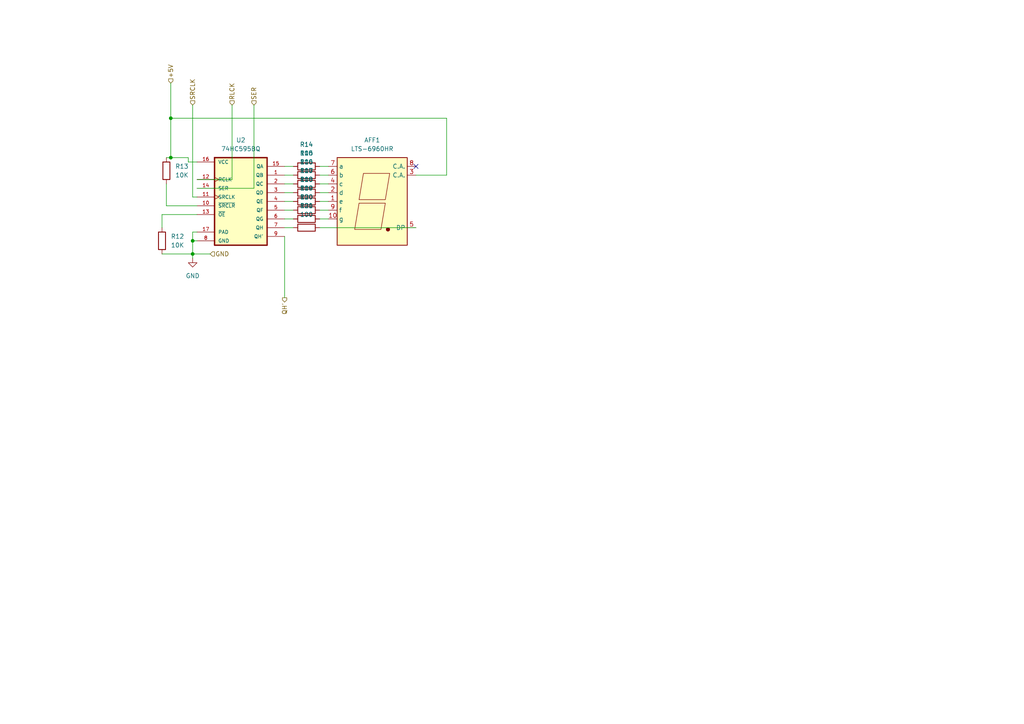
<source format=kicad_sch>
(kicad_sch (version 20231120) (generator "eeschema") (generator_version "8.0")
  (paper "A4")
  (lib_symbols
    (symbol "ClementsSymbols:SN74HC595BRWNR" (pin_names (offset 1.016))
      (property "Reference" "U" (at -7.62 13.97 0))
      (property "Value" "SN74HC595BRWNR" (at -8.89 -15.24 0))
      (symbol "SN74HC595BRWNR_0_0"
        (rectangle (start -7.62 -12.7) (end 7.62 12.7) (stroke (width 0.4064)) (fill (type background)))
        (pin output line (at 12.7 7.62 180) (length 5.08) (name "QB") (number "1"))
        (pin input line (at -12.7 -1.27 0) (length 5.08) (name "~{SRCLR}") (number "10"))
        (pin input clock (at -12.7 1.27 0) (length 5.08) (name "SRCLK") (number "11"))
        (pin input clock (at -12.7 6.35 0) (length 5.08) (name "RCLK") (number "12"))
        (pin input line (at -12.7 -3.81 0) (length 5.08) (name "~{OE}") (number "13"))
        (pin input line (at -12.7 3.81 0) (length 5.08) (name "SER") (number "14"))
        (pin output line (at 12.7 10.16 180) (length 5.08) (name "QA") (number "15"))
        (pin power_in line (at -12.7 11.43 0) (length 5.08) (name "VCC") (number "16"))
        (pin power_in line (at -12.7 -8.89 0) (length 5.08) (name "PAD") (number "17"))
        (pin output line (at 12.7 5.08 180) (length 5.08) (name "QC") (number "2"))
        (pin output line (at 12.7 2.54 180) (length 5.08) (name "QD") (number "3"))
        (pin output line (at 12.7 0 180) (length 5.08) (name "QE") (number "4"))
        (pin output line (at 12.7 -2.54 180) (length 5.08) (name "QF") (number "5"))
        (pin output line (at 12.7 -5.08 180) (length 5.08) (name "QG") (number "6"))
        (pin output line (at 12.7 -7.62 180) (length 5.08) (name "QH") (number "7"))
        (pin power_in line (at -12.7 -11.43 0) (length 5.08) (name "GND") (number "8"))
        (pin output line (at 12.7 -10.16 180) (length 5.08) (name "QH'") (number "9"))
      )
    )
    (symbol "Device:R" (pin_numbers hide) (pin_names (offset 0))
      (property "Reference" "R" (at 2.032 0 90))
      (property "Value" "R" (at 0 0 90))
      (symbol "R_0_1"
        (rectangle (start -1.016 -2.54) (end 1.016 2.54) (stroke (width 0.254)))
      )
      (symbol "R_1_1"
        (pin passive line (at 0 3.81 270) (length 1.27) (name "~") (number "1"))
        (pin passive line (at 0 -3.81 90) (length 1.27) (name "~") (number "2"))
      )
    )
    (symbol "Display_Character:LTS-6960HR"
      (property "Reference" "AFF" (at -7.874 13.97 0))
      (property "Value" "LTS-6960HR" (at -2.032 13.97 0))
      (symbol "LTS-6960HR_0_1"
        (rectangle (start -10.16 12.7) (end 10.16 -12.7) (stroke (width 0.254)) (fill (type background)))
        (polyline (pts (xy -3.81 -0.508) (xy 3.81 -0.508) (xy 2.54 -8.128) (xy -5.08 -8.128) (xy -3.81 -0.508) (xy -3.81 -0.508)))
        (polyline (pts (xy -2.54 8.128) (xy 5.08 8.128) (xy 3.81 0.508) (xy -3.81 0.508) (xy -2.54 8.128) (xy -2.54 8.128)))
        (circle (center 4.572 -8.128) (radius 0.508) (fill (type outline)))
      )
      (symbol "LTS-6960HR_1_1"
        (pin passive line (at -12.7 0 0) (length 2.54) (name "e") (number "1"))
        (pin passive line (at -12.7 -5.08 0) (length 2.54) (name "g") (number "10"))
        (pin passive line (at -12.7 2.54 0) (length 2.54) (name "d") (number "2"))
        (pin passive line (at 12.7 7.62 180) (length 2.54) (name "C.A.") (number "3"))
        (pin passive line (at -12.7 5.08 0) (length 2.54) (name "c") (number "4"))
        (pin passive line (at 12.7 -7.62 180) (length 2.54) (name "DP") (number "5"))
        (pin passive line (at -12.7 7.62 0) (length 2.54) (name "b") (number "6"))
        (pin passive line (at -12.7 10.16 0) (length 2.54) (name "a") (number "7"))
        (pin passive line (at 12.7 10.16 180) (length 2.54) (name "C.A.") (number "8"))
        (pin passive line (at -12.7 -2.54 0) (length 2.54) (name "f") (number "9"))
      )
    )
    (symbol "power:GND" (power) (pin_numbers hide) (pin_names (offset 0) hide)
      (property "Value" "GND" (at 0 -3.81 0))
      (symbol "GND_0_1"
        (polyline (pts (xy 0 0) (xy 0 -1.27) (xy 1.27 -1.27) (xy 0 -2.54) (xy -1.27 -1.27) (xy 0 -1.27)))
      )
      (symbol "GND_1_1"
        (pin power_in line (at 0 0 270) (length 0) (name "~") (number "1"))
      )
    )
  )
  (junction (at 55.88 69.85))
  (junction (at 49.53 45.72))
  (junction (at 55.88 73.66))
  (junction (at 49.53 34.29))
  (no_connect (at 120.65 48.26))
  (wire (pts (xy 57.15 46.99) (xy 54.61 46.99)))
  (wire (pts (xy 57.15 67.31) (xy 55.88 67.31)))
  (wire (pts (xy 57.15 59.69) (xy 48.26 59.69)))
  (wire (pts (xy 73.66 30.48) (xy 73.66 54.61)))
  (wire (pts (xy 129.54 34.29) (xy 129.54 50.8)))
  (wire (pts (xy 55.88 74.93) (xy 55.88 73.66)))
  (wire (pts (xy 55.88 57.15) (xy 57.15 57.15)))
  (wire (pts (xy 48.26 45.72) (xy 49.53 45.72)))
  (wire (pts (xy 49.53 24.13) (xy 49.53 34.29)))
  (wire (pts (xy 49.53 45.72) (xy 54.61 45.72)))
  (wire (pts (xy 49.53 34.29) (xy 49.53 45.72)))
  (wire (pts (xy 82.55 63.5) (xy 85.09 63.5)))
  (wire (pts (xy 46.99 73.66) (xy 55.88 73.66)))
  (wire (pts (xy 46.99 66.04) (xy 46.99 62.23)))
  (wire (pts (xy 82.55 55.88) (xy 85.09 55.88)))
  (wire (pts (xy 82.55 66.04) (xy 85.09 66.04)))
  (wire (pts (xy 67.31 52.07) (xy 57.15 52.07)))
  (wire (pts (xy 55.88 73.66) (xy 60.96 73.66)))
  (wire (pts (xy 46.99 62.23) (xy 57.15 62.23)))
  (wire (pts (xy 82.55 58.42) (xy 85.09 58.42)))
  (wire (pts (xy 73.66 54.61) (xy 57.15 54.61)))
  (wire (pts (xy 48.26 59.69) (xy 48.26 53.34)))
  (wire (pts (xy 82.55 60.96) (xy 85.09 60.96)))
  (wire (pts (xy 92.71 53.34) (xy 95.25 53.34)))
  (wire (pts (xy 55.88 69.85) (xy 55.88 73.66)))
  (wire (pts (xy 92.71 50.8) (xy 95.25 50.8)))
  (wire (pts (xy 92.71 63.5) (xy 95.25 63.5)))
  (wire (pts (xy 67.31 30.48) (xy 67.31 52.07)))
  (wire (pts (xy 82.55 48.26) (xy 85.09 48.26)))
  (wire (pts (xy 120.65 50.8) (xy 129.54 50.8)))
  (wire (pts (xy 55.88 69.85) (xy 57.15 69.85)))
  (wire (pts (xy 55.88 67.31) (xy 55.88 69.85)))
  (wire (pts (xy 55.88 30.48) (xy 55.88 57.15)))
  (wire (pts (xy 92.71 55.88) (xy 95.25 55.88)))
  (wire (pts (xy 54.61 45.72) (xy 54.61 46.99)))
  (wire (pts (xy 92.71 66.04) (xy 120.65 66.04)))
  (wire (pts (xy 49.53 34.29) (xy 129.54 34.29)))
  (wire (pts (xy 92.71 60.96) (xy 95.25 60.96)))
  (wire (pts (xy 92.71 48.26) (xy 95.25 48.26)))
  (wire (pts (xy 82.55 53.34) (xy 85.09 53.34)))
  (wire (pts (xy 82.55 50.8) (xy 85.09 50.8)))
  (wire (pts (xy 82.55 68.58) (xy 82.55 86.36)))
  (wire (pts (xy 92.71 58.42) (xy 95.25 58.42)))
  (hierarchical_label "RLCK" (shape input) (at 67.31 30.48 90))
  (hierarchical_label "QH'" (shape output) (at 82.55 86.36 270))
  (hierarchical_label "GND" (shape input) (at 60.96 73.66 0))
  (hierarchical_label "SRCLK" (shape input) (at 55.88 30.48 90))
  (hierarchical_label "+5V" (shape input) (at 49.53 24.13 90))
  (hierarchical_label "SER" (shape input) (at 73.66 30.48 90))
  (symbol (lib_id "Device:R") (at 88.9 53.34 270) (unit 1)
    (property "Reference" "R16" (at 88.9 46.99 90))
    (property "Value" "100" (at 88.9 49.53 90))
    (property "Footprint" "Resistor_SMD:R_0603_1608Metric" (effects (hide yes)))
    (property "Description" "Resistor" (effects (hide yes)))
    (property "LCSC" "C22775" (effects (hide yes)))
    (instances (project "dmx" (path "" (reference "R16") (unit 1)) (path "" (reference "R26") (unit 1)) (path "" (reference "R45") (unit 1)) (path "" (reference "R55") (unit 1))))
  )
  (symbol (lib_id "Device:R") (at 46.99 69.85 0) (unit 1)
    (property "Reference" "R12" (at 49.53 68.5799 0) (effects (justify left)))
    (property "Value" "10K" (at 49.53 71.1199 0) (effects (justify left)))
    (property "Footprint" "Resistor_SMD:R_0603_1608Metric" (effects (hide yes)))
    (property "Description" "Resistor" (effects (hide yes)))
    (instances (project "dmx" (path "" (reference "R12") (unit 1)) (path "" (reference "R22") (unit 1)) (path "" (reference "R41") (unit 1)) (path "" (reference "R51") (unit 1))))
  )
  (symbol (lib_id "Device:R") (at 48.26 49.53 0) (unit 1)
    (property "Reference" "R13" (at 50.8 48.2599 0) (effects (justify left)))
    (property "Value" "10K" (at 50.8 50.7999 0) (effects (justify left)))
    (property "Footprint" "Resistor_SMD:R_0603_1608Metric" (effects (hide yes)))
    (property "Description" "Resistor" (effects (hide yes)))
    (instances (project "dmx" (path "" (reference "R13") (unit 1)) (path "" (reference "R23") (unit 1)) (path "" (reference "R42") (unit 1)) (path "" (reference "R52") (unit 1))))
  )
  (symbol (lib_id "Device:R") (at 88.9 66.04 270) (unit 1)
    (property "Reference" "R21" (at 88.9 59.69 90))
    (property "Value" "100" (at 88.9 62.23 90))
    (property "Footprint" "Resistor_SMD:R_0603_1608Metric" (effects (hide yes)))
    (property "Description" "Resistor" (effects (hide yes)))
    (property "LCSC" "C22775" (effects (hide yes)))
    (instances (project "dmx" (path "" (reference "R21") (unit 1)) (path "" (reference "R40") (unit 1)) (path "" (reference "R50") (unit 1)) (path "" (reference "R60") (unit 1))))
  )
  (symbol (lib_id "ClementsSymbols:SN74HC595BRWNR") (at 69.85 58.42 0) (unit 1)
    (property "Reference" "U2" (at 69.85 40.64 0))
    (property "Value" "74HC595BQ" (at 69.85 43.18 0))
    (property "Footprint" "Package_DFN_QFN:DHVQFN-16-1EP_2.5x3.5mm_P0.5mm_EP1x2mm" (effects (hide yes)))
    (property "Datasheet" "https://wmsc.lcsc.com/wmsc/upload/file/pdf/v2/lcsc/2201131100_Nexperia-74HC595BQ-115_C730243.pdf" (effects (hide yes)))
    (property "Description" "8-Bit Shift Registers With 3-State Output 16-X1QFN -55 to 125" (effects (hide yes)))
    (property "PACKAGE" "XFQFN-16 Texas Instruments" (effects (hide yes)))
    (property "MP" "SN74HC595BRWNR" (effects (hide yes)))
    (property "STANDARD" "IPC-7351B" (effects (hide yes)))
    (property "PRICE" "0.27 USD" (effects (hide yes)))
    (property "AVAILABILITY" "Good" (effects (hide yes)))
    (property "LCSC" "C730243" (effects (hide yes)))
    (instances (project "dmx" (path "" (reference "U2") (unit 1)) (path "" (reference "U3") (unit 1)) (path "" (reference "U4") (unit 1)) (path "" (reference "U5") (unit 1))))
  )
  (symbol (lib_id "Display_Character:LTS-6960HR") (at 107.95 58.42 0) (unit 1)
    (property "Reference" "AFF1" (at 107.95 40.64 0))
    (property "Value" "LTS-6960HR" (at 107.95 43.18 0))
    (property "Footprint" "Display_7Segment:7SegmentLED_LTS6760_LTS6780" (effects (hide yes)))
    (property "Datasheet" "https://datasheet.octopart.com/LTS-6960HR-Lite-On-datasheet-11803242.pdf" (effects (hide yes)))
    (property "Description" "DISPLAY 7 SEGMENTS common A." (effects (hide yes)))
    (instances (project "dmx" (path "" (reference "AFF1") (unit 1)) (path "" (reference "AFF2") (unit 1)) (path "" (reference "AFF3") (unit 1)) (path "" (reference "AFF4") (unit 1))))
  )
  (symbol (lib_id "Device:R") (at 88.9 48.26 270) (unit 1)
    (property "Reference" "R14" (at 88.9 41.91 90))
    (property "Value" "100" (at 88.9 44.45 90))
    (property "Footprint" "Resistor_SMD:R_0603_1608Metric" (effects (hide yes)))
    (property "Description" "Resistor" (effects (hide yes)))
    (property "LCSC" "C22775" (effects (hide yes)))
    (instances (project "dmx" (path "" (reference "R14") (unit 1)) (path "" (reference "R24") (unit 1)) (path "" (reference "R43") (unit 1)) (path "" (reference "R53") (unit 1))))
  )
  (symbol (lib_id "power:GND") (at 55.88 74.93 0) (unit 1)
    (property "Reference" "#PWR0109" (effects (hide yes)))
    (property "Value" "GND" (at 55.88 80.01 0))
    (property "Description" "Power symbol creates a global label with name \"GND\" , ground" (effects (hide yes)))
    (instances (project "dmx" (path "" (reference "#PWR0109") (unit 1)) (path "" (reference "#PWR0112") (unit 1)) (path "" (reference "#PWR0121") (unit 1)) (path "" (reference "#PWR0124") (unit 1))))
  )
  (symbol (lib_id "Device:R") (at 88.9 58.42 270) (unit 1)
    (property "Reference" "R18" (at 88.9 52.07 90))
    (property "Value" "100" (at 88.9 54.61 90))
    (property "Footprint" "Resistor_SMD:R_0603_1608Metric" (effects (hide yes)))
    (property "Description" "Resistor" (effects (hide yes)))
    (property "LCSC" "C22775" (effects (hide yes)))
    (instances (project "dmx" (path "" (reference "R18") (unit 1)) (path "" (reference "R28") (unit 1)) (path "" (reference "R47") (unit 1)) (path "" (reference "R57") (unit 1))))
  )
  (symbol (lib_id "Device:R") (at 88.9 55.88 270) (unit 1)
    (property "Reference" "R17" (at 88.9 49.53 90))
    (property "Value" "100" (at 88.9 52.07 90))
    (property "Footprint" "Resistor_SMD:R_0603_1608Metric" (effects (hide yes)))
    (property "Description" "Resistor" (effects (hide yes)))
    (property "LCSC" "C22775" (effects (hide yes)))
    (instances (project "dmx" (path "" (reference "R17") (unit 1)) (path "" (reference "R27") (unit 1)) (path "" (reference "R46") (unit 1)) (path "" (reference "R56") (unit 1))))
  )
  (symbol (lib_id "Device:R") (at 88.9 63.5 270) (unit 1)
    (property "Reference" "R20" (at 88.9 57.15 90))
    (property "Value" "100" (at 88.9 59.69 90))
    (property "Footprint" "Resistor_SMD:R_0603_1608Metric" (effects (hide yes)))
    (property "Description" "Resistor" (effects (hide yes)))
    (property "LCSC" "C22775" (effects (hide yes)))
    (instances (project "dmx" (path "" (reference "R20") (unit 1)) (path "" (reference "R30") (unit 1)) (path "" (reference "R49") (unit 1)) (path "" (reference "R59") (unit 1))))
  )
  (symbol (lib_id "Device:R") (at 88.9 50.8 270) (unit 1)
    (property "Reference" "R15" (at 88.9 44.45 90))
    (property "Value" "100" (at 88.9 46.99 90))
    (property "Footprint" "Resistor_SMD:R_0603_1608Metric" (effects (hide yes)))
    (property "Description" "Resistor" (effects (hide yes)))
    (property "LCSC" "C22775" (effects (hide yes)))
    (instances (project "dmx" (path "" (reference "R15") (unit 1)) (path "" (reference "R25") (unit 1)) (path "" (reference "R44") (unit 1)) (path "" (reference "R54") (unit 1))))
  )
  (symbol (lib_id "Device:R") (at 88.9 60.96 270) (unit 1)
    (property "Reference" "R19" (at 88.9 54.61 90))
    (property "Value" "100" (at 88.9 57.15 90))
    (property "Footprint" "Resistor_SMD:R_0603_1608Metric" (effects (hide yes)))
    (property "Description" "Resistor" (effects (hide yes)))
    (property "LCSC" "C22775" (effects (hide yes)))
    (instances (project "dmx" (path "" (reference "R19") (unit 1)) (path "" (reference "R29") (unit 1)) (path "" (reference "R48") (unit 1)) (path "" (reference "R58") (unit 1))))
  )
)
</source>
